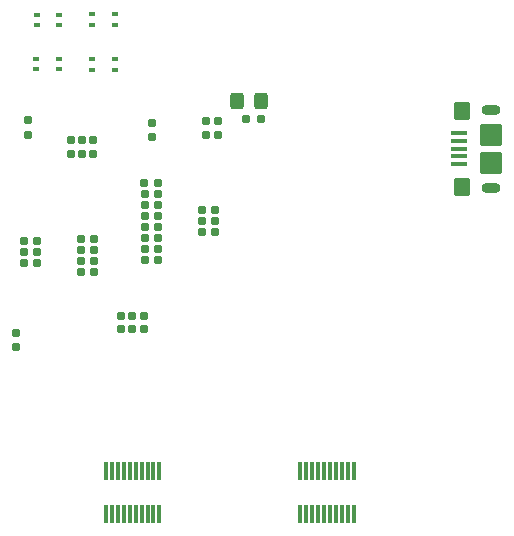
<source format=gtp>
%TF.GenerationSoftware,KiCad,Pcbnew,8.0.2*%
%TF.CreationDate,2024-09-16T20:32:10-04:00*%
%TF.ProjectId,fpga,66706761-2e6b-4696-9361-645f70636258,rev?*%
%TF.SameCoordinates,Original*%
%TF.FileFunction,Paste,Top*%
%TF.FilePolarity,Positive*%
%FSLAX46Y46*%
G04 Gerber Fmt 4.6, Leading zero omitted, Abs format (unit mm)*
G04 Created by KiCad (PCBNEW 8.0.2) date 2024-09-16 20:32:10*
%MOMM*%
%LPD*%
G01*
G04 APERTURE LIST*
G04 Aperture macros list*
%AMRoundRect*
0 Rectangle with rounded corners*
0 $1 Rounding radius*
0 $2 $3 $4 $5 $6 $7 $8 $9 X,Y pos of 4 corners*
0 Add a 4 corners polygon primitive as box body*
4,1,4,$2,$3,$4,$5,$6,$7,$8,$9,$2,$3,0*
0 Add four circle primitives for the rounded corners*
1,1,$1+$1,$2,$3*
1,1,$1+$1,$4,$5*
1,1,$1+$1,$6,$7*
1,1,$1+$1,$8,$9*
0 Add four rect primitives between the rounded corners*
20,1,$1+$1,$2,$3,$4,$5,0*
20,1,$1+$1,$4,$5,$6,$7,0*
20,1,$1+$1,$6,$7,$8,$9,0*
20,1,$1+$1,$8,$9,$2,$3,0*%
G04 Aperture macros list end*
%ADD10RoundRect,0.160000X0.160000X-0.197500X0.160000X0.197500X-0.160000X0.197500X-0.160000X-0.197500X0*%
%ADD11R,0.300000X1.500000*%
%ADD12RoundRect,0.250000X0.325000X0.450000X-0.325000X0.450000X-0.325000X-0.450000X0.325000X-0.450000X0*%
%ADD13RoundRect,0.160000X-0.160000X0.197500X-0.160000X-0.197500X0.160000X-0.197500X0.160000X0.197500X0*%
%ADD14RoundRect,0.155000X0.155000X-0.212500X0.155000X0.212500X-0.155000X0.212500X-0.155000X-0.212500X0*%
%ADD15RoundRect,0.155000X-0.155000X0.212500X-0.155000X-0.212500X0.155000X-0.212500X0.155000X0.212500X0*%
%ADD16RoundRect,0.155000X-0.212500X-0.155000X0.212500X-0.155000X0.212500X0.155000X-0.212500X0.155000X0*%
%ADD17R,0.584200X0.406400*%
%ADD18RoundRect,0.155000X0.212500X0.155000X-0.212500X0.155000X-0.212500X-0.155000X0.212500X-0.155000X0*%
%ADD19RoundRect,0.100000X0.575000X-0.100000X0.575000X0.100000X-0.575000X0.100000X-0.575000X-0.100000X0*%
%ADD20O,1.600000X0.900000*%
%ADD21RoundRect,0.250000X0.450000X-0.550000X0.450000X0.550000X-0.450000X0.550000X-0.450000X-0.550000X0*%
%ADD22RoundRect,0.250000X0.700000X-0.700000X0.700000X0.700000X-0.700000X0.700000X-0.700000X-0.700000X0*%
%ADD23RoundRect,0.160000X0.197500X0.160000X-0.197500X0.160000X-0.197500X-0.160000X0.197500X-0.160000X0*%
G04 APERTURE END LIST*
D10*
%TO.C,R11*%
X114678031Y-55741207D03*
X114678031Y-54546207D03*
%TD*%
D11*
%TO.C,J4*%
X131775149Y-87707451D03*
X131775149Y-84007451D03*
X131275149Y-87707451D03*
X131275149Y-84007451D03*
X130775149Y-87707451D03*
X130775149Y-84007451D03*
X130275149Y-87707451D03*
X130275149Y-84007451D03*
X129775149Y-87707451D03*
X129775149Y-84007451D03*
X129275149Y-87707451D03*
X129275149Y-84007451D03*
X128775149Y-87707451D03*
X128775149Y-84007451D03*
X128275149Y-87707451D03*
X128275149Y-84007451D03*
X127775149Y-87707451D03*
X127775149Y-84007451D03*
X127275149Y-87707451D03*
X127275149Y-84007451D03*
%TD*%
%TO.C,J2*%
X115331749Y-87707451D03*
X115331749Y-84007451D03*
X114831749Y-87707451D03*
X114831749Y-84007451D03*
X114331749Y-87707451D03*
X114331749Y-84007451D03*
X113831749Y-87707451D03*
X113831749Y-84007451D03*
X113331749Y-87707451D03*
X113331749Y-84007451D03*
X112831749Y-87707451D03*
X112831749Y-84007451D03*
X112331749Y-87707451D03*
X112331749Y-84007451D03*
X111831749Y-87707451D03*
X111831749Y-84007451D03*
X111331749Y-87707451D03*
X111331749Y-84007451D03*
X110831749Y-87707451D03*
X110831749Y-84007451D03*
%TD*%
D10*
%TO.C,R10*%
X119297889Y-55600907D03*
X119297889Y-54405907D03*
%TD*%
D12*
%TO.C,D1*%
X123974431Y-52742807D03*
X121924431Y-52742807D03*
%TD*%
D13*
%TO.C,R3*%
X120263089Y-54405907D03*
X120263089Y-55600907D03*
%TD*%
D14*
%TO.C,C16*%
X113992287Y-72008807D03*
X113992287Y-70873807D03*
%TD*%
D15*
%TO.C,C20*%
X109696689Y-56044807D03*
X109696689Y-57179807D03*
%TD*%
D16*
%TO.C,C25*%
X103862687Y-66408007D03*
X104997687Y-66408007D03*
%TD*%
D17*
%TO.C,LED2*%
X106871000Y-45404001D03*
X106871000Y-46303999D03*
X104940600Y-46303999D03*
X104940600Y-45404001D03*
%TD*%
D16*
%TO.C,C4*%
X108663287Y-66241407D03*
X109798287Y-66241407D03*
%TD*%
D15*
%TO.C,C22*%
X107817089Y-56044807D03*
X107817089Y-57179807D03*
%TD*%
D14*
%TO.C,C14*%
X112109687Y-72008807D03*
X112109687Y-70873807D03*
%TD*%
D16*
%TO.C,C1*%
X108663287Y-64376007D03*
X109798287Y-64376007D03*
%TD*%
%TO.C,C3*%
X108663287Y-65315807D03*
X109798287Y-65315807D03*
%TD*%
D18*
%TO.C,C18*%
X120055287Y-62888607D03*
X118920287Y-62888607D03*
%TD*%
%TO.C,C17*%
X120055287Y-63817207D03*
X118920287Y-63817207D03*
%TD*%
%TO.C,C6*%
X115217187Y-66154007D03*
X114082187Y-66154007D03*
%TD*%
D17*
%TO.C,LED3*%
X111584500Y-45385400D03*
X111584500Y-46285398D03*
X109654100Y-46285398D03*
X109654100Y-45385400D03*
%TD*%
D18*
%TO.C,C8*%
X115217187Y-64285607D03*
X114082187Y-64285607D03*
%TD*%
D16*
%TO.C,C5*%
X108663287Y-67170007D03*
X109798287Y-67170007D03*
%TD*%
%TO.C,C23*%
X103862687Y-64553807D03*
X104997687Y-64553807D03*
%TD*%
D18*
%TO.C,C13*%
X115201387Y-59626207D03*
X114066387Y-59626207D03*
%TD*%
D10*
%TO.C,R5*%
X104187831Y-55550107D03*
X104187831Y-54355107D03*
%TD*%
D18*
%TO.C,C10*%
X115208487Y-62420207D03*
X114073487Y-62420207D03*
%TD*%
%TO.C,C7*%
X115217187Y-65214207D03*
X114082187Y-65214207D03*
%TD*%
D17*
%TO.C,LED1*%
X106845600Y-49139001D03*
X106845600Y-50038999D03*
X104915200Y-50038999D03*
X104915200Y-49139001D03*
%TD*%
D19*
%TO.C,J3*%
X140719600Y-58051600D03*
X140719600Y-57401600D03*
X140719600Y-56751600D03*
X140719600Y-56101600D03*
X140719600Y-55451600D03*
D20*
X143394600Y-60051600D03*
D21*
X140944600Y-59951600D03*
D22*
X143394600Y-57951600D03*
X143394600Y-55551600D03*
D21*
X140944600Y-53551600D03*
D20*
X143394600Y-53451600D03*
%TD*%
D18*
%TO.C,C12*%
X115208487Y-60551807D03*
X114073487Y-60551807D03*
%TD*%
%TO.C,C19*%
X120055287Y-61963007D03*
X118920287Y-61963007D03*
%TD*%
D13*
%TO.C,R9*%
X103194289Y-72312907D03*
X103194289Y-73507907D03*
%TD*%
D23*
%TO.C,R4*%
X123898231Y-54241407D03*
X122703231Y-54241407D03*
%TD*%
D14*
%TO.C,C15*%
X113049487Y-72008807D03*
X113049487Y-70873807D03*
%TD*%
D17*
%TO.C,LED4*%
X111584500Y-49143400D03*
X111584500Y-50043398D03*
X109654100Y-50043398D03*
X109654100Y-49143400D03*
%TD*%
D18*
%TO.C,C9*%
X115217187Y-63360007D03*
X114082187Y-63360007D03*
%TD*%
D15*
%TO.C,C21*%
X108756889Y-56044807D03*
X108756889Y-57179807D03*
%TD*%
D16*
%TO.C,C24*%
X103862687Y-65482407D03*
X104997687Y-65482407D03*
%TD*%
D18*
%TO.C,C11*%
X115208487Y-61480407D03*
X114073487Y-61480407D03*
%TD*%
M02*

</source>
